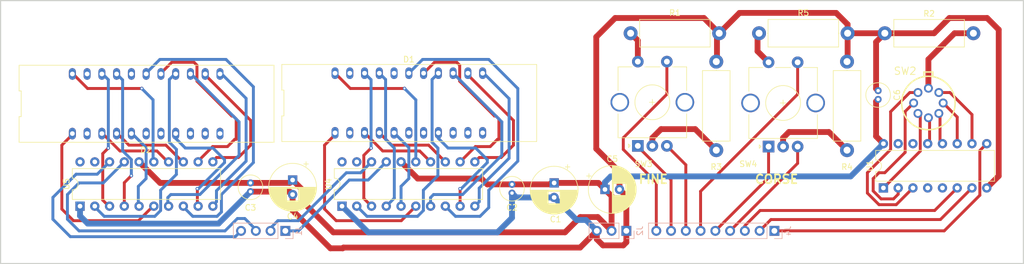
<source format=kicad_pcb>
(kicad_pcb (version 20240108) (generator "pcbnew") (generator_version "8.0")
  (layers (0 "F.Cu" signal) (31 "B.Cu" signal) (34 "B.Paste" user) (35 "F.Paste" user) (36 "B.SilkS" user "B.Silkscreen") (37 "F.SilkS" user "F.Silkscreen") (38 "B.Mask" user) (39 "F.Mask" user) (44 "Edge.Cuts" user))
  (net 0 "")
  (net 1 "VDD")
  (net 2 "GND")
  (net 3 "/D1_SEG1")
  (net 4 "/D1_SEG5")
  (net 5 "/D1_GRID6")
  (net 6 "/D1_GRID5")
  (net 7 "/D1_GRID1")
  (net 8 "/D1_GRID3")
  (net 9 "/D1_GRID2")
  (net 10 "/D1_SEG4")
  (net 11 "/D1_SEG3")
  (net 12 "/D1_SEG6")
  (net 13 "/D1_GRID4")
  (net 14 "/D1_SEG7")
  (net 15 "/D1_SEG8")
  (net 16 "/D1_SEG2")
  (net 17 "/D2_GRID4")
  (net 18 "/D2_SEG3")
  (net 19 "/D2_SEG6")
  (net 20 "/D2_GRID6")
  (net 21 "/D2_GRID3")
  (net 22 "/D2_SEG7")
  (net 23 "/D2_GRID1")
  (net 24 "/D2_SEG8")
  (net 25 "/D2_GRID2")
  (net 26 "/D2_SEG1")
  (net 27 "/D2_SEG2")
  (net 28 "/D2_GRID5")
  (net 29 "/D2_SEG5")
  (net 30 "/D2_SEG4")
  (net 31 "/D1_DIO")
  (net 32 "/D2_DIO")
  (net 33 "/D2_CLK")
  (net 34 "/D1_CLK")
  (net 35 "/rotaryEI_B")
  (net 36 "/rotaryEO_B")
  (net 37 "/RSWO_2")
  (net 38 "/rotaryEO_A")
  (net 39 "/rotaryEI_A")
  (net 40 "/RSWO_1")
  (net 41 "/RSWO_3")
  (net 42 "Net-(R2-Pad2)")
  (net 43 "Net-(R3-Pad2)")
  (net 44 "Net-(R4-Pad2)")
  (net 45 "/RSW_5")
  (net 46 "/RSW_4")
  (net 47 "/RSW_2")
  (net 48 "/RSW_3")
  (net 49 "/RSW_1")
  (net 50 "/RSW_7")
  (net 51 "/RSW_6")
  (net 60 "/BUTTON_1")
  (net 61 "/BUTTON_2")
  (net 62 "Net-(R1-Pad2)")
  (net 63 "Net-(R5-Pad2)")
  (footprint "Package_DIP:DIP-16_W7.62mm" (layer "F.Cu") (at 231.16 119.74 90)
    (property "Reference" "U1")
    (property "Value" "74LS148")
  )
  (footprint "Package_DIP:DIP-20_W7.62mm" (layer "F.Cu") (at 138 122.875 90)
    (property "Reference" "U4")
    (property "Value" "TM1637")
  )
  (footprint "Resistor_THT:R_Axial_DIN0414_L11.9mm_D4.5mm_P15.24mm_Horizontal" (layer "F.Cu") (at 202.4 98 -90)
    (property "Reference" "R3")
    (property "Value" "1k")
  )
  (footprint "Capacitor_THT:CP_Radial_D8.0mm_P2.50mm" (layer "F.Cu") (at 183.25 120)
    (property "Reference" "C5")
    (property "Value" "100uF")
  )
  (footprint "Capacitor_THT:C_Radial_D4.0mm_H5.0mm_P1.50mm" (layer "F.Cu") (at 122.25 118.875 -90)
    (property "Reference" "C3")
    (property "Value" "100nF")
  )
  (footprint "Capacitor_THT:CP_Radial_D8.0mm_P2.50mm" (layer "F.Cu") (at 174.5 118.875 -90)
    (property "Reference" "C1")
    (property "Value" "100uF")
  )
  (footprint "Rotary_Encoder:RotaryEncoder_Alps_EC11E-Switch_Vertical_H20mm_CircularMountingHoles" (layer "F.Cu") (at 188.9 112.5 90)
    (property "Reference" "SW3")
    (property "Value" "RotaryEncoder_Switch")
  )
  (footprint "Capacitor_THT:C_Radial_D4.0mm_H5.0mm_P1.50mm" (layer "F.Cu") (at 230.25 103 -90)
    (property "Reference" "C6")
    (property "Value" "100nF")
  )
  (footprint "Capacitor_THT:C_Radial_D4.0mm_H5.0mm_P1.50mm" (layer "F.Cu") (at 167.25 119.125 -90)
    (property "Reference" "C2")
    (property "Value" "100nF")
  )
  (footprint "Resistor_THT:R_Axial_DIN0414_L11.9mm_D4.5mm_P15.24mm_Horizontal" (layer "F.Cu") (at 202.9 93.12 180)
    (property "Reference" "R1")
    (property "Value" "1k")
  )
  (footprint "radio_footprints:FJ3661AH-DIP22" (layer "F.Cu") (at 104.3 105.255)
    (property "Reference" "D2")
    (property "Value" "FJ3661AH")
  )
  (footprint "Rotary_Encoder:RotaryEncoder_Alps_EC11E-Switch_Vertical_H20mm_CircularMountingHoles" (layer "F.Cu") (at 211.4 112.62 90)
    (property "Reference" "SW4")
    (property "Value" "RotaryEncoder_Switch")
  )
  (footprint "radio_footprints:SW-TH_RS-08-300-150GF" (layer "F.Cu") (at 238.9 105.12)
    (property "Reference" "SW2")
    (property "Value" "RS-08 300±150GF")
  )
  (footprint "Resistor_THT:R_Axial_DIN0414_L11.9mm_D4.5mm_P15.24mm_Horizontal" (layer "F.Cu") (at 231.4 93.12)
    (property "Reference" "R2")
    (property "Value" "1k")
  )
  (footprint "Capacitor_THT:CP_Radial_D8.0mm_P2.50mm" (layer "F.Cu") (at 129.5 118.375 -90)
    (property "Reference" "C4")
    (property "Value" "100uF")
  )
  (footprint "Resistor_THT:R_Axial_DIN0414_L11.9mm_D4.5mm_P15.24mm_Horizontal" (layer "F.Cu") (at 225 93.12 180)
    (property "Reference" "R5")
    (property "Value" "1k")
  )
  (footprint "Resistor_THT:R_Axial_DIN0414_L11.9mm_D4.5mm_P15.24mm_Horizontal" (layer "F.Cu") (at 224.9 98 -90)
    (property "Reference" "R4")
    (property "Value" "1k")
  )
  (footprint "Package_DIP:DIP-20_W7.62mm" (layer "F.Cu") (at 92.92 122.875 90)
    (property "Reference" "U5")
    (property "Value" "TM1637")
  )
  (footprint "radio_footprints:FJ3661AH-DIP22" (layer "F.Cu") (at 149.5 105.125)
    (property "Reference" "D1")
    (property "Value" "FJ3661AH")
  )
  (footprint "Connector_PinHeader_2.54mm:PinHeader_1x03_P2.54mm_Vertical" (layer "B.Cu") (at 186.925 127.12 90)
    (property "Reference" "J2")
    (property "Value" "Conn_01x03")
  )
  (footprint "Connector_PinHeader_2.54mm:PinHeader_1x09_P2.54mm_Vertical" (layer "B.Cu") (at 212.4 127.12 90)
    (property "Reference" "J4")
    (property "Value" "Conn_01x09")
  )
  (footprint "Connector_PinHeader_2.54mm:PinHeader_1x04_P2.54mm_Vertical" (layer "B.Cu") (at 128.25 127.125 90)
    (property "Reference" "J1")
    (property "Value" "Conn_01x04")
  )
  (gr_rect (start 79.25 87.5) (end 255.25 132.75) (stroke (width 0.2)) (fill none) (layer "Edge.Cuts"))
  (gr_text "CORSE" (at 208.9 119.12 0) (layer "F.SilkS") (effects (font (size 1.5 1.5) (thickness 0.3) (bold yes)) (justify left bottom)))
  (gr_text "FINE" (at 188.9 119.12 0) (layer "F.SilkS") (effects (font (size 1.5 1.5) (thickness 0.3) (bold yes)) (justify left bottom)))
  (segment (start 184.385 121.135) (end 183.25 120) (width 1) (layer "F.Cu") (net 1))
  (segment (start 106.7 118.875) (end 122.25 118.875) (width 1) (layer "F.Cu") (net 1))
  (segment (start 174 118.875) (end 174.5 118.875) (width 1) (layer "F.Cu") (net 1))
  (segment (start 182.015 124.75) (end 184.385 127.12) (width 1) (layer "F.Cu") (net 1))
  (segment (start 136.5 127.375) (end 176.375 127.375) (width 1) (layer "F.Cu") (net 1))
  (segment (start 179 124.75) (end 182.015 124.75) (width 1) (layer "F.Cu") (net 1))
  (segment (start 229.9 104.85) (end 229.9 110.86) (width 1) (layer "F.Cu") (net 1))
  (segment (start 184.385 127.12) (end 184.385 121.135) (width 1) (layer "F.Cu") (net 1))
  (segment (start 103.08 115.255) (end 106.7 118.875) (width 1) (layer "F.Cu") (net 1))
  (segment (start 174.5 118.875) (end 182.125 118.875) (width 1) (layer "F.Cu") (net 1))
  (segment (start 129 118.875) (end 129.5 118.375) (width 1) (layer "F.Cu") (net 1))
  (segment (start 129.5 118.375) (end 131.5 120.375) (width 1) (layer "F.Cu") (net 1))
  (segment (start 230.25 104.5) (end 229.9 104.85) (width 1) (layer "F.Cu") (net 1))
  (segment (start 151.03 118.125) (end 162 118.125) (width 1) (layer "F.Cu") (net 1))
  (segment (start 163 119.125) (end 167.25 119.125) (width 1) (layer "F.Cu") (net 1))
  (segment (start 229.9 110.86) (end 231.16 112.12) (width 1) (layer "F.Cu") (net 1))
  (segment (start 131.5 120.375) (end 131.5 122.375) (width 1) (layer "F.Cu") (net 1))
  (segment (start 176.375 127.375) (end 179 124.75) (width 1) (layer "F.Cu") (net 1))
  (segment (start 174.25 119.125) (end 174.5 118.875) (width 1) (layer "F.Cu") (net 1))
  (segment (start 167.25 119.125) (end 174.25 119.125) (width 1) (layer "F.Cu") (net 1))
  (segment (start 148.16 115.255) (end 151.03 118.125) (width 1) (layer "F.Cu") (net 1))
  (segment (start 131.5 122.375) (end 136.5 127.375) (width 1) (layer "F.Cu") (net 1))
  (segment (start 182.125 118.875) (end 183.25 120) (width 1) (layer "F.Cu") (net 1))
  (segment (start 122.25 118.875) (end 129 118.875) (width 1) (layer "F.Cu") (net 1))
  (segment (start 162 118.125) (end 163 119.125) (width 1) (layer "F.Cu") (net 1))
  (segment (start 225.53 117.75) (end 184.25 117.75) (width 1) (layer "B.Cu") (net 1))
  (segment (start 184.25 117.75) (end 183.25 118.75) (width 1) (layer "B.Cu") (net 1))
  (segment (start 225.53 117.75) (end 231.16 112.12) (width 1) (layer "B.Cu") (net 1))
  (segment (start 183.25 118.75) (end 183.25 120) (width 1) (layer "B.Cu") (net 1))
  (segment (start 231.4 93.12) (end 239.88 93.12) (width 1) (layer "F.Cu") (net 2))
  (segment (start 225 97.9) (end 224.9 98) (width 1) (layer "F.Cu") (net 2))
  (segment (start 122.25 120.375) (end 129 120.375) (width 1) (layer "F.Cu") (net 2))
  (segment (start 239.88 93.12) (end 242.5 90.5) (width 1) (layer "F.Cu") (net 2))
  (segment (start 181.845 127.12) (end 181.845 128.565) (width 1) (layer "F.Cu") (net 2))
  (segment (start 186.925 121.175) (end 186.925 127.12) (width 1) (layer "F.Cu") (net 2))
  (segment (start 129.5 123.625) (end 129.5 120.875) (width 1) (layer "F.Cu") (net 2))
  (segment (start 202.52 97.88) (end 202.4 98) (width 1) (layer "F.Cu") (net 2))
  (segment (start 186.925 129.095) (end 186.925 127.12) (width 1) (layer "F.Cu") (net 2))
  (segment (start 249 90.5) (end 251 92.5) (width 1) (layer "F.Cu") (net 2))
  (segment (start 138.125 130.125) (end 138.25 130) (width 1) (layer "F.Cu") (net 2))
  (segment (start 182.9 129.62) (end 186.4 129.62) (width 1) (layer "F.Cu") (net 2))
  (segment (start 251 117.68) (end 248.94 119.74) (width 1) (layer "F.Cu") (net 2))
  (segment (start 181.75 93.75) (end 185 90.5) (width 1) (layer "F.Cu") (net 2))
  (segment (start 202.9 93.12) (end 206.4 89.62) (width 1) (layer "F.Cu") (net 2))
  (segment (start 178.965 130) (end 138.25 130) (width 1) (layer "F.Cu") (net 2))
  (segment (start 229.9 94.62) (end 231.4 93.12) (width 1) (layer "F.Cu") (net 2))
  (segment (start 181.845 127.12) (end 178.965 130) (width 1) (layer "F.Cu") (net 2))
  (segment (start 202.52 93.88) (end 202.52 97.88) (width 1) (layer "F.Cu") (net 2))
  (segment (start 242.5 90.5) (end 249 90.5) (width 1) (layer "F.Cu") (net 2))
  (segment (start 229.9 102.65) (end 229.9 94.62) (width 1) (layer "F.Cu") (net 2))
  (segment (start 185 90.5) (end 200.28 90.5) (width 1) (layer "F.Cu") (net 2))
  (segment (start 225 93.12) (end 225 97.9) (width 1) (layer "F.Cu") (net 2))
  (segment (start 186.4 129.62) (end 186.925 129.095) (width 1) (layer "F.Cu") (net 2))
  (segment (start 203.4 93) (end 202.52 93.88) (width 1) (layer "F.Cu") (net 2))
  (segment (start 185.75 117) (end 181.75 113) (width 1) (layer "F.Cu") (net 2))
  (segment (start 185.75 120) (end 186.925 121.175) (width 1) (layer "F.Cu") (net 2))
  (segment (start 206.4 89.62) (end 223.02 89.62) (width 1) (layer "F.Cu") (net 2))
  (segment (start 181.75 113) (end 181.75 93.75) (width 1) (layer "F.Cu") (net 2))
  (segment (start 200.28 90.5) (end 202.9 93.12) (width 1) (layer "F.Cu") (net 2))
  (segment (start 230.25 103) (end 229.9 102.65) (width 1) (layer "F.Cu") (net 2))
  (segment (start 223.02 89.62) (end 225 91.6) (width 1) (layer "F.Cu") (net 2))
  (segment (start 136 130.125) (end 129.5 123.625) (width 1) (layer "F.Cu") (net 2))
  (segment (start 251 92.5) (end 251 117.68) (width 1) (layer "F.Cu") (net 2))
  (segment (start 136 130.125) (end 138.125 130.125) (width 1) (layer "F.Cu") (net 2))
  (segment (start 181.845 128.565) (end 182.9 129.62) (width 1) (layer "F.Cu") (net 2))
  (segment (start 185.75 120) (end 185.75 117) (width 1) (layer "F.Cu") (net 2))
  (segment (start 129 120.375) (end 129.5 120.875) (width 1) (layer "F.Cu") (net 2))
  (segment (start 225 93.12) (end 231.4 93.12) (width 1) (layer "F.Cu") (net 2))
  (segment (start 225 91.6) (end 225 93.12) (width 1) (layer "F.Cu") (net 2))
  (segment (start 179.975 125.25) (end 178.375 125.25) (width 1) (layer "B.Cu") (net 2))
  (segment (start 142.5 127.375) (end 164.75 127.375) (width 1) (layer "B.Cu") (net 2))
  (segment (start 167.25 124.875) (end 167.25 120.625) (width 1) (layer "B.Cu") (net 2))
  (segment (start 164.75 127.375) (end 167.25 124.875) (width 1) (layer "B.Cu") (net 2))
  (segment (start 167.25 120.625) (end 168 121.375) (width 1) (layer "B.Cu") (net 2))
  (segment (start 94.25 125.875) (end 116.75 125.875) (width 1) (layer "B.Cu") (net 2))
  (segment (start 181.845 127.12) (end 179.975 125.25) (width 1) (layer "B.Cu") (net 2))
  (segment (start 178.375 125.25) (end 174.5 121.375) (width 1) (layer "B.Cu") (net 2))
  (segment (start 138 122.875) (end 142.5 127.375) (width 1) (layer "B.Cu") (net 2))
  (segment (start 92.92 122.875) (end 92.92 124.545) (width 1) (layer "B.Cu") (net 2))
  (segment (start 92.92 124.545) (end 94.25 125.875) (width 1) (layer "B.Cu") (net 2))
  (segment (start 168 121.375) (end 174.5 121.375) (width 1) (layer "B.Cu") (net 2))
  (segment (start 116.75 125.875) (end 122.25 120.375) (width 1) (layer "B.Cu") (net 2))
  (segment (start 154.5 117.625) (end 154.5 112.875) (width 0.5) (layer "B.Cu") (net 3))
  (segment (start 153.5 111.875) (end 153.5 101.075) (width 0.5) (layer "B.Cu") (net 3))
  (segment (start 142.29 124.625) (end 151 124.625) (width 0.5) (layer "B.Cu") (net 3))
  (segment (start 153.5 101.075) (end 154.58 99.995) (width 0.5) (layer "B.Cu") (net 3))
  (segment (start 152 123.625) (end 152 120.125) (width 0.5) (layer "B.Cu") (net 3))
  (segment (start 151 124.625) (end 152 123.625) (width 0.5) (layer "B.Cu") (net 3))
  (segment (start 152 120.125) (end 154.5 117.625) (width 0.5) (layer "B.Cu") (net 3))
  (segment (start 154.5 112.875) (end 153.5 111.875) (width 0.5) (layer "B.Cu") (net 3))
  (segment (start 140.54 122.875) (end 142.29 124.625) (width 0.5) (layer "B.Cu") (net 3))
  (segment (start 137 125.375) (end 135 123.375) (width 0.5) (layer "F.Cu") (net 4))
  (segment (start 148.2 125.375) (end 137 125.375) (width 0.5) (layer "F.Cu") (net 4))
  (segment (start 135 112.375) (end 136.8 110.575) (width 0.5) (layer "F.Cu") (net 4))
  (segment (start 135 123.375) (end 135 112.375) (width 0.5) (layer "F.Cu") (net 4))
  (segment (start 136.8 110.575) (end 136.8 110.255) (width 0.5) (layer "F.Cu") (net 4))
  (segment (start 150.7 122.875) (end 148.2 125.375) (width 0.5) (layer "F.Cu") (net 4))
  (segment (start 150.7 122.875) (end 150.7 123.175) (width 0.5) (layer "F.Cu") (net 4))
  (segment (start 161.61 119.765) (end 161.61 122.125) (width 0.5) (layer "B.Cu") (net 5))
  (segment (start 166.75 104.375) (end 166.75 114.625) (width 0.5) (layer "B.Cu") (net 5))
  (segment (start 162.2 99.995) (end 162.37 99.995) (width 0.5) (layer "B.Cu") (net 5))
  (segment (start 166.75 114.625) (end 161.61 119.765) (width 0.5) (layer "B.Cu") (net 5))
  (segment (start 162.37 99.995) (end 166.75 104.375) (width 0.5) (layer "B.Cu") (net 5))
  (segment (start 161.61 122.125) (end 160.86 122.875) (width 0.5) (layer "B.Cu") (net 5))
  (segment (start 159.66 100.285) (end 167.5 108.125) (width 0.5) (layer "F.Cu") (net 6))
  (segment (start 161.61 114.505) (end 160.86 115.255) (width 0.5) (layer "F.Cu") (net 6))
  (segment (start 165.37 114.505) (end 161.61 114.505) (width 0.5) (layer "F.Cu") (net 6))
  (segment (start 159.66 99.995) (end 159.66 100.285) (width 0.5) (layer "F.Cu") (net 6))
  (segment (start 167.5 112.375) (end 165.37 114.505) (width 0.5) (layer "F.Cu") (net 6))
  (segment (start 167.5 108.125) (end 167.5 112.375) (width 0.5) (layer "F.Cu") (net 6))
  (segment (start 139.43 102.625) (end 136.8 99.995) (width 0.5) (layer "F.Cu") (net 7))
  (segment (start 148.75 102.625) (end 139.43 102.625) (width 0.5) (layer "F.Cu") (net 7))
  (via (at 148.75 102.625) (size 0.6) (drill 0.3) (layers "F.Cu" "B.Cu") (net 7))
  (segment (start 148.75 102.625) (end 150.7 104.575) (width 0.5) (layer "B.Cu") (net 7))
  (segment (start 150.7 104.575) (end 150.7 115.255) (width 0.5) (layer "B.Cu") (net 7))
  (segment (start 152.9 112.375) (end 146.54 112.375) (width 0.5) (layer "F.Cu") (net 8))
  (segment (start 155.78 115.255) (end 152.9 112.375) (width 0.5) (layer "F.Cu") (net 8))
  (segment (start 146.54 112.375) (end 144.42 110.255) (width 0.5) (layer "F.Cu") (net 8))
  (segment (start 153.24 115.255) (end 151.36 113.375) (width 0.5) (layer "F.Cu") (net 9))
  (segment (start 145 113.375) (end 141.88 110.255) (width 0.5) (layer "F.Cu") (net 9))
  (segment (start 151.36 113.375) (end 145 113.375) (width 0.5) (layer "F.Cu") (net 9))
  (segment (start 149.5 118.125) (end 149.5 112.795) (width 0.5) (layer "B.Cu") (net 10))
  (segment (start 149.5 112.795) (end 146.96 110.255) (width 0.5) (layer "B.Cu") (net 10))
  (segment (start 148.16 119.465) (end 149.5 118.125) (width 0.5) (layer "B.Cu") (net 10))
  (segment (start 148.16 122.875) (end 148.16 119.465) (width 0.5) (layer "B.Cu") (net 10))
  (segment (start 147 121.495) (end 147 112.875) (width 0.5) (layer "B.Cu") (net 11))
  (segment (start 147 112.875) (end 145.5 111.375) (width 0.5) (layer "B.Cu") (net 11))
  (segment (start 145.62 122.875) (end 147 121.495) (width 0.5) (layer "B.Cu") (net 11))
  (segment (start 145.5 101.075) (end 144.42 99.995) (width 0.5) (layer "B.Cu") (net 11))
  (segment (start 145.5 111.375) (end 145.5 101.075) (width 0.5) (layer "B.Cu") (net 11))
  (segment (start 153.24 122.875) (end 153.24 121.385) (width 0.5) (layer "B.Cu") (net 12))
  (segment (start 165.5 114.125) (end 165.5 108.375) (width 0.5) (layer "B.Cu") (net 12))
  (segment (start 153.24 121.385) (end 153.75 120.875) (width 0.5) (layer "B.Cu") (net 12))
  (segment (start 165.5 108.375) (end 157.12 99.995) (width 0.5) (layer "B.Cu") (net 12))
  (segment (start 153.75 120.875) (end 158.75 120.875) (width 0.5) (layer "B.Cu") (net 12))
  (segment (start 158.75 120.875) (end 165.5 114.125) (width 0.5) (layer "B.Cu") (net 12))
  (segment (start 160.95 112.625) (end 163.5 112.625) (width 0.5) (layer "F.Cu") (net 13))
  (segment (start 164.25 107.375) (end 158.25 101.375) (width 0.5) (layer "F.Cu") (net 13))
  (segment (start 165 107.875) (end 164.5 107.375) (width 0.5) (layer "F.Cu") (net 13))
  (segment (start 158.25 98.625) (end 157.75 98.125) (width 0.5) (layer "F.Cu") (net 13))
  (segment (start 165 111.375) (end 165 107.875) (width 0.5) (layer "F.Cu") (net 13))
  (segment (start 157.75 98.125) (end 153.91 98.125) (width 0.5) (layer "F.Cu") (net 13))
  (segment (start 164.5 107.375) (end 164.25 107.375) (width 0.5) (layer "F.Cu") (net 13))
  (segment (start 158.25 101.375) (end 158.25 98.625) (width 0.5) (layer "F.Cu") (net 13))
  (segment (start 163.5 112.625) (end 164.75 111.375) (width 0.5) (layer "F.Cu") (net 13))
  (segment (start 158.32 115.255) (end 160.95 112.625) (width 0.5) (layer "F.Cu") (net 13))
  (segment (start 164.75 111.375) (end 165 111.375) (width 0.5) (layer "F.Cu") (net 13))
  (segment (start 153.91 98.125) (end 152.04 99.995) (width 0.5) (layer "F.Cu") (net 13))
  (segment (start 157.53 124.625) (end 161.75 124.625) (width 0.5) (layer "B.Cu") (net 14))
  (segment (start 161.75 124.625) (end 163.25 123.125) (width 0.5) (layer "B.Cu") (net 14))
  (segment (start 168.25 102.625) (end 163.25 97.625) (width 0.5) (layer "B.Cu") (net 14))
  (segment (start 163.25 120.125) (end 168.25 115.125) (width 0.5) (layer "B.Cu") (net 14))
  (segment (start 163.25 97.625) (end 151.87 97.625) (width 0.5) (layer "B.Cu") (net 14))
  (segment (start 163.25 123.125) (end 163.25 120.125) (width 0.5) (layer "B.Cu") (net 14))
  (segment (start 155.78 122.875) (end 157.53 124.625) (width 0.5) (layer "B.Cu") (net 14))
  (segment (start 151.87 97.625) (end 149.5 99.995) (width 0.5) (layer "B.Cu") (net 14))
  (segment (start 168.25 115.125) (end 168.25 102.625) (width 0.5) (layer "B.Cu") (net 14))
  (segment (start 158.32 119.875) (end 158.32 122.875) (width 0.5) (layer "F.Cu") (net 15))
  (via (at 158.32 119.875) (size 0.6) (drill 0.3) (layers "F.Cu" "B.Cu") (net 15))
  (segment (start 161 112.875) (end 156.25 112.875) (width 0.5) (layer "B.Cu") (net 15))
  (segment (start 163 115.375) (end 163 114.875) (width 0.5) (layer "B.Cu") (net 15))
  (segment (start 156.25 112.875) (end 154.58 111.205) (width 0.5) (layer "B.Cu") (net 15))
  (segment (start 158.5 119.875) (end 163 115.375) (width 0.5) (layer "B.Cu") (net 15))
  (segment (start 163 114.875) (end 161 112.875) (width 0.5) (layer "B.Cu") (net 15))
  (segment (start 154.58 111.205) (end 154.58 110.255) (width 0.5) (layer "B.Cu") (net 15))
  (segment (start 158.32 119.875) (end 158.5 119.875) (width 0.5) (layer "B.Cu") (net 15))
  (segment (start 141.75 121.545) (end 141.75 114.125) (width 0.5) (layer "F.Cu") (net 16))
  (segment (start 143.08 122.875) (end 141.75 121.545) (width 0.5) (layer "F.Cu") (net 16))
  (segment (start 141.75 114.125) (end 143 112.875) (width 0.5) (layer "F.Cu") (net 16))
  (via (at 143 112.875) (size 0.6) (drill 0.3) (layers "F.Cu" "B.Cu") (net 16))
  (segment (start 143 112.875) (end 143 101.115) (width 0.5) (layer "B.Cu") (net 16))
  (segment (start 143 101.115) (end 141.88 99.995) (width 0.5) (layer "B.Cu") (net 16))
  (segment (start 112.54 98.125) (end 108.7 98.125) (width 0.5) (layer "F.Cu") (net 17))
  (segment (start 119.79 111.375) (end 119.79 107.875) (width 0.5) (layer "F.Cu") (net 17))
  (segment (start 118.29 112.625) (end 119.54 111.375) (width 0.5) (layer "F.Cu") (net 17))
  (segment (start 108.7 98.125) (end 106.83 99.995) (width 0.5) (layer "F.Cu") (net 17))
  (segment (start 115.74 112.625) (end 118.29 112.625) (width 0.5) (layer "F.Cu") (net 17))
  (segment (start 119.54 111.375) (end 119.79 111.375) (width 0.5) (layer "F.Cu") (net 17))
  (segment (start 119.04 107.375) (end 113.04 101.375) (width 0.5) (layer "F.Cu") (net 17))
  (segment (start 113.04 101.375) (end 113.04 98.625) (width 0.5) (layer "F.Cu") (net 17))
  (segment (start 119.29 107.375) (end 119.04 107.375) (width 0.5) (layer "F.Cu") (net 17))
  (segment (start 113.04 98.625) (end 112.54 98.125) (width 0.5) (layer "F.Cu") (net 17))
  (segment (start 113.11 115.255) (end 115.74 112.625) (width 0.5) (layer "F.Cu") (net 17))
  (segment (start 119.79 107.875) (end 119.29 107.375) (width 0.5) (layer "F.Cu") (net 17))
  (segment (start 100.54 122.875) (end 100.54 118.835) (width 0.5) (layer "F.Cu") (net 18))
  (segment (start 100.54 118.835) (end 101.75 117.625) (width 0.5) (layer "F.Cu") (net 18))
  (via (at 101.75 117.625) (size 0.6) (drill 0.3) (layers "F.Cu" "B.Cu") (net 18))
  (segment (start 100.25 113.352796) (end 100.25 101.155) (width 0.5) (layer "B.Cu") (net 18))
  (segment (start 101.75 114.852796) (end 100.25 113.352796) (width 0.5) (layer "B.Cu") (net 18))
  (segment (start 101.75 117.625) (end 101.75 114.852796) (width 0.5) (layer "B.Cu") (net 18))
  (segment (start 100.25 101.155) (end 99.22 100.125) (width 0.5) (layer "B.Cu") (net 18))
  (segment (start 113.54 120.875) (end 120.29 114.125) (width 0.5) (layer "B.Cu") (net 19))
  (segment (start 108.03 121.385) (end 108.54 120.875) (width 0.5) (layer "B.Cu") (net 19))
  (segment (start 108.03 122.875) (end 108.03 121.385) (width 0.5) (layer "B.Cu") (net 19))
  (segment (start 120.29 108.375) (end 111.91 99.995) (width 0.5) (layer "B.Cu") (net 19))
  (segment (start 120.29 114.125) (end 120.29 108.375) (width 0.5) (layer "B.Cu") (net 19))
  (segment (start 108.54 120.875) (end 113.54 120.875) (width 0.5) (layer "B.Cu") (net 19))
  (segment (start 117.16 99.995) (end 121.5 104.335) (width 0.5) (layer "B.Cu") (net 20))
  (segment (start 116.99 99.995) (end 117.16 99.995) (width 0.5) (layer "B.Cu") (net 20))
  (segment (start 121.5 115.125) (end 116.4 120.225) (width 0.5) (layer "B.Cu") (net 20))
  (segment (start 116.4 120.225) (end 116.4 122.125) (width 0.5) (layer "B.Cu") (net 20))
  (segment (start 116.4 122.125) (end 115.65 122.875) (width 0.5) (layer "B.Cu") (net 20))
  (segment (start 121.5 104.335) (end 121.5 115.125) (width 0.5) (layer "B.Cu") (net 20))
  (segment (start 107.69 112.375) (end 101.33 112.375) (width 0.5) (layer "F.Cu") (net 21))
  (segment (start 110.57 115.255) (end 107.69 112.375) (width 0.5) (layer "F.Cu") (net 21))
  (segment (start 101.33 112.375) (end 99.21 110.255) (width 0.5) (layer "F.Cu") (net 21))
  (segment (start 112.32 124.625) (end 116.5 124.625) (width 0.5) (layer "B.Cu") (net 22))
  (segment (start 110.57 122.875) (end 112.32 124.625) (width 0.5) (layer "B.Cu") (net 22))
  (segment (start 106.66 97.625) (end 104.29 99.995) (width 0.5) (layer "B.Cu") (net 22))
  (segment (start 117.25 120.875) (end 122.75 115.375) (width 0.5) (layer "B.Cu") (net 22))
  (segment (start 122.75 102.335) (end 118.04 97.625) (width 0.5) (layer "B.Cu") (net 22))
  (segment (start 122.75 115.375) (end 122.75 102.335) (width 0.5) (layer "B.Cu") (net 22))
  (segment (start 116.5 124.625) (end 117.25 123.875) (width 0.5) (layer "B.Cu") (net 22))
  (segment (start 117.25 123.875) (end 117.25 120.875) (width 0.5) (layer "B.Cu") (net 22))
  (segment (start 118.04 97.625) (end 106.66 97.625) (width 0.5) (layer "B.Cu") (net 22))
  (segment (start 103.54 102.625) (end 94.22 102.625) (width 0.5) (layer "F.Cu") (net 23))
  (segment (start 94.22 102.625) (end 91.59 99.995) (width 0.5) (layer "F.Cu") (net 23))
  (via (at 103.54 102.625) (size 0.6) (drill 0.3) (layers "F.Cu" "B.Cu") (net 23))
  (segment (start 105.49 104.575) (end 105.49 115.255) (width 0.5) (layer "B.Cu") (net 23))
  (segment (start 103.54 102.625) (end 105.49 104.575) (width 0.5) (layer "B.Cu") (net 23))
  (segment (start 113.11 119.875) (end 113.11 122.875) (width 0.5) (layer "F.Cu") (net 24))
  (via (at 113.11 119.875) (size 0.6) (drill 0.3) (layers "F.Cu" "B.Cu") (net 24))
  (segment (start 117.79 114.875) (end 115.79 112.875) (width 0.5) (layer "B.Cu") (net 24))
  (segment (start 115.79 112.875) (end 111.04 112.875) (width 0.5) (layer "B.Cu") (net 24))
  (segment (start 113.29 119.875) (end 117.79 115.375) (width 0.5) (layer "B.Cu") (net 24))
  (segment (start 113.11 119.875) (end 113.29 119.875) (width 0.5) (layer "B.Cu") (net 24))
  (segment (start 111.04 112.875) (end 109.37 111.205) (width 0.5) (layer "B.Cu") (net 24))
  (segment (start 117.79 115.375) (end 117.79 114.875) (width 0.5) (layer "B.Cu") (net 24))
  (segment (start 109.37 111.205) (end 109.37 110.255) (width 0.5) (layer "B.Cu") (net 24))
  (segment (start 108.03 115.255) (end 106.15 113.375) (width 0.5) (layer "F.Cu") (net 25))
  (segment (start 106.15 113.375) (end 99.79 113.375) (width 0.5) (layer "F.Cu") (net 25))
  (segment (start 99.79 113.375) (end 96.67 110.255) (width 0.5) (layer "F.Cu") (net 25))
  (segment (start 108.29 101.075) (end 109.37 99.995) (width 0.5) (layer "B.Cu") (net 26))
  (segment (start 109.5 117.415) (end 109.5 113.085) (width 0.5) (layer "B.Cu") (net 26))
  (segment (start 95.33 122.875) (end 97.08 124.625) (width 0.5) (layer "B.Cu") (net 26))
  (segment (start 106.79 123.625) (end 106.79 120.125) (width 0.5) (layer "B.Cu") (net 26))
  (segment (start 105.79 124.625) (end 106.79 123.625) (width 0.5) (layer "B.Cu") (net 26))
  (segment (start 97.08 124.625) (end 105.79 124.625) (width 0.5) (layer "B.Cu") (net 26))
  (segment (start 106.79 120.125) (end 109.5 117.415) (width 0.5) (layer "B.Cu") (net 26))
  (segment (start 108.29 111.875) (end 108.29 101.075) (width 0.5) (layer "B.Cu") (net 26))
  (segment (start 109.5 113.085) (end 108.29 111.875) (width 0.5) (layer "B.Cu") (net 26))
  (segment (start 96.83 121.835) (end 96.83 113.835) (width 0.5) (layer "F.Cu") (net 27))
  (segment (start 96.83 113.835) (end 97.79 112.875) (width 0.5) (layer "F.Cu") (net 27))
  (segment (start 97.87 122.875) (end 96.83 121.835) (width 0.5) (layer "F.Cu") (net 27))
  (via (at 97.79 112.875) (size 0.6) (drill 0.3) (layers "F.Cu" "B.Cu") (net 27))
  (segment (start 97.79 101.115) (end 96.67 99.995) (width 0.5) (layer "B.Cu") (net 27))
  (segment (start 97.79 112.875) (end 97.79 101.115) (width 0.5) (layer "B.Cu") (net 27))
  (segment (start 122.29 108.125) (end 122.29 112.375) (width 0.5) (layer "F.Cu") (net 28))
  (segment (start 116.4 114.505) (end 115.65 115.255) (width 0.5) (layer "F.Cu") (net 28))
  (segment (start 120.16 114.505) (end 116.4 114.505) (width 0.5) (layer "F.Cu") (net 28))
  (segment (start 122.29 112.375) (end 120.16 114.505) (width 0.5) (layer "F.Cu") (net 28))
  (segment (start 114.45 99.995) (end 114.45 100.285) (width 0.5) (layer "F.Cu") (net 28))
  (segment (start 114.45 100.285) (end 122.29 108.125) (width 0.5) (layer "F.Cu") (net 28))
  (segment (start 102.99 125.375) (end 91.79 125.375) (width 0.5) (layer "F.Cu") (net 29))
  (segment (start 91.79 125.375) (end 89.79 123.375) (width 0.5) (layer "F.Cu") (net 29))
  (segment (start 105.49 122.875) (end 102.99 125.375) (width 0.5) (layer "F.Cu") (net 29))
  (segment (start 89.79 123.375) (end 89.79 112.375) (width 0.5) (layer "F.Cu") (net 29))
  (segment (start 105.49 122.875) (end 105.49 123.175) (width 0.5) (layer "F.Cu") (net 29))
  (segment (start 91.59 110.575) (end 91.59 110.255) (width 0.5) (layer "F.Cu") (net 29))
  (segment (start 89.79 112.375) (end 91.59 110.575) (width 0.5) (layer "F.Cu") (net 29))
  (segment (start 104.29 112.795) (end 101.75 110.255) (width 0.5) (layer "B.Cu") (net 30))
  (segment (start 104.29 118.125) (end 104.29 112.795) (width 0.5) (layer "B.Cu") (net 30))
  (segment (start 102.95 122.875) (end 102.95 119.465) (width 0.5) (layer "B.Cu") (net 30))
  (segment (start 102.95 119.465) (end 104.29 118.125) (width 0.5) (layer "B.Cu") (net 30))
  (segment (start 130.5 127.125) (end 128.25 127.125) (width 0.5) (layer "B.Cu") (net 31))
  (segment (start 139.25 118.375) (end 130.5 127.125) (width 0.5) (layer "B.Cu") (net 31))
  (segment (start 142.5 118.375) (end 139.25 118.375) (width 0.5) (layer "B.Cu") (net 31))
  (segment (start 145.62 115.255) (end 142.5 118.375) (width 0.5) (layer "B.Cu") (net 31))
  (segment (start 90.75 120.875) (end 90.75 125.125) (width 0.5) (layer "B.Cu") (net 32))
  (segment (start 90.75 125.125) (end 92.75 127.125) (width 0.5) (layer "B.Cu") (net 32))
  (segment (start 120 125) (end 121.2725 125) (width 0.5) (layer "B.Cu") (net 32))
  (segment (start 96.92 118.875) (end 92.75 118.875) (width 0.5) (layer "B.Cu") (net 32))
  (segment (start 100.54 115.255) (end 96.92 118.875) (width 0.5) (layer "B.Cu") (net 32))
  (segment (start 117.875 127.125) (end 120 125) (width 0.5) (layer "B.Cu") (net 32))
  (segment (start 92.75 118.875) (end 90.75 120.875) (width 0.5) (layer "B.Cu") (net 32))
  (segment (start 121.2725 125) (end 123.17 126.8975) (width 0.5) (layer "B.Cu") (net 32))
  (segment (start 92.75 127.125) (end 117.875 127.125) (width 0.5) (layer "B.Cu") (net 32))
  (segment (start 123.17 126.8975) (end 123.17 127.125) (width 0.5) (layer "B.Cu") (net 32))
  (segment (start 88.25 125.125) (end 91.25 128.125) (width 0.5) (layer "B.Cu") (net 33))
  (segment (start 98 115.255) (end 95.88 117.375) (width 0.5) (layer "B.Cu") (net 33))
  (segment (start 95.88 117.375) (end 92.25 117.375) (width 0.5) (layer "B.Cu") (net 33))
  (segment (start 119.63 128.125) (end 120.63 127.125) (width 0.5) (layer "B.Cu") (net 33))
  (segment (start 92.25 117.375) (end 88.25 121.375) (width 0.5) (layer "B.Cu") (net 33))
  (segment (start 88.25 121.375) (end 88.25 125.125) (width 0.5) (layer "B.Cu") (net 33))
  (segment (start 91.25 128.125) (end 119.63 128.125) (width 0.5) (layer "B.Cu") (net 33))
  (segment (start 138.75 117.125) (end 130.5 125.375) (width 0.5) (layer "B.Cu") (net 34))
  (segment (start 126.96 125.375) (end 125.71 126.625) (width 0.5) (layer "B.Cu") (net 34))
  (segment (start 125.71 126.625) (end 125.71 127.125) (width 0.5) (layer "B.Cu") (net 34))
  (segment (start 130.5 125.375) (end 126.96 125.375) (width 0.5) (layer "B.Cu") (net 34))
  (segment (start 141.21 117.125) (end 138.75 117.125) (width 0.5) (layer "B.Cu") (net 34))
  (segment (start 143.08 115.255) (end 141.21 117.125) (width 0.5) (layer "B.Cu") (net 34))
  (segment (start 216.4 115.5) (end 204.78 127.12) (width 0.5) (layer "F.Cu") (net 35))
  (segment (start 216.4 112.62) (end 216.4 115.5) (width 0.5) (layer "F.Cu") (net 35))
  (segment (start 197.16 115.76) (end 197.16 127.12) (width 0.5) (layer "F.Cu") (net 36))
  (segment (start 193.9 112.5) (end 197.16 115.76) (width 0.5) (layer "F.Cu") (net 36))
  (segment (start 240.96 125.18) (end 246.4 119.74) (width 0.5) (layer "F.Cu") (net 37))
  (segment (start 209.86 127.12) (end 211.8 125.18) (width 0.5) (layer "F.Cu") (net 37))
  (segment (start 211.8 125.18) (end 240.96 125.18) (width 0.5) (layer "F.Cu") (net 37))
  (segment (start 188.9 112.62) (end 194.62 118.34) (width 0.5) (layer "F.Cu") (net 38))
  (segment (start 194.62 118.34) (end 194.62 127.12) (width 0.5) (layer "F.Cu") (net 38))
  (segment (start 188.9 112.5) (end 188.9 112.62) (width 0.5) (layer "F.Cu") (net 38))
  (segment (start 202.24 127.12) (end 211.4 117.96) (width 0.5) (layer "F.Cu") (net 39))
  (segment (start 211.4 117.96) (end 211.4 112.62) (width 0.5) (layer "F.Cu") (net 39))
  (segment (start 212.4 127.12) (end 241.63 127.12) (width 0.5) (layer "F.Cu") (net 40))
  (segment (start 247.75 121) (end 247.75 113.31) (width 0.5) (layer "F.Cu") (net 40))
  (segment (start 241.63 127.12) (end 247.75 121) (width 0.5) (layer "F.Cu") (net 40))
  (segment (start 247.75 113.31) (end 248.94 112.12) (width 0.5) (layer "F.Cu") (net 40))
  (segment (start 243.86 119.74) (end 239.98 123.62) (width 0.5) (layer "F.Cu") (net 41))
  (segment (start 209.94 123.62) (end 207.32 126.24) (width 0.5) (layer "F.Cu") (net 41))
  (segment (start 207.32 126.24) (end 207.32 127.12) (width 0.5) (layer "F.Cu") (net 41))
  (segment (start 239.98 123.62) (end 209.94 123.62) (width 0.5) (layer "F.Cu") (net 41))
  (segment (start 243.4 93.12) (end 246.64 93.12) (width 1) (layer "F.Cu") (net 42))
  (segment (start 238.9 97.62) (end 243.4 93.12) (width 1) (layer "F.Cu") (net 42))
  (segment (start 238.9 102.58) (end 238.9 97.62) (width 1) (layer "F.Cu") (net 42))
  (segment (start 192.9 109.62) (end 198.78 109.62) (width 1) (layer "F.Cu") (net 43))
  (segment (start 191.4 112.5) (end 191.4 111.12) (width 1) (layer "F.Cu") (net 43))
  (segment (start 191.4 111.12) (end 192.9 109.62) (width 1) (layer "F.Cu") (net 43))
  (segment (start 198.78 109.62) (end 202.4 113.24) (width 1) (layer "F.Cu") (net 43))
  (segment (start 214.9 110.12) (end 221.78 110.12) (width 1) (layer "F.Cu") (net 44))
  (segment (start 221.78 110.12) (end 224.9 113.24) (width 1) (layer "F.Cu") (net 44))
  (segment (start 213.9 111.12) (end 214.9 110.12) (width 1) (layer "F.Cu") (net 44))
  (segment (start 213.9 112.62) (end 213.9 111.12) (width 1) (layer "F.Cu") (net 44))
  (segment (start 237.5 113.4) (end 231.16 119.74) (width 0.5) (layer "F.Cu") (net 45))
  (segment (start 237.5 107.312) (end 237.5 113.4) (width 0.5) (layer "F.Cu") (net 45))
  (segment (start 237.104 106.916) (end 237.5 107.312) (width 0.5) (layer "F.Cu") (net 45))
  (segment (start 239.104 111.796) (end 238.78 112.12) (width 0.3) (layer "F.Cu") (net 46))
  (segment (start 238.9 107.66) (end 239.104 107.864) (width 0.5) (layer "F.Cu") (net 46))
  (segment (start 239.104 107.864) (end 239.104 111.796) (width 0.5) (layer "F.Cu") (net 46))
  (segment (start 241.44 105.12) (end 243.86 107.54) (width 0.5) (layer "F.Cu") (net 47))
  (segment (start 243.86 107.54) (end 243.86 112.12) (width 0.5) (layer "F.Cu") (net 47))
  (segment (start 240.9 111.7) (end 241.32 112.12) (width 0.3) (layer "F.Cu") (net 48))
  (segment (start 240.9 107.12) (end 240.9 111.7) (width 0.5) (layer "F.Cu") (net 48))
  (segment (start 240.696 106.916) (end 240.9 107.12) (width 0.5) (layer "F.Cu") (net 48))
  (segment (start 246.4 112.12) (end 246.4 107.12) (width 0.5) (layer "F.Cu") (net 49))
  (segment (start 246.4 107.12) (end 242.604 103.324) (width 0.5) (layer "F.Cu") (net 49))
  (segment (start 242.604 103.324) (end 240.696 103.324) (width 0.5) (layer "F.Cu") (net 49))
  (segment (start 230.4 122.62) (end 228.4 120.62) (width 0.5) (layer "F.Cu") (net 50))
  (segment (start 235.696 103.324) (end 237.104 103.324) (width 0.5) (layer "F.Cu") (net 50))
  (segment (start 236.24 119.74) (end 233.36 122.62) (width 0.5) (layer "F.Cu") (net 50))
  (segment (start 228.4 120.62) (end 228.4 117.12) (width 0.5) (layer "F.Cu") (net 50))
  (segment (start 228.4 117.12) (end 232.4 113.12) (width 0.5) (layer "F.Cu") (net 50))
  (segment (start 232.4 113.12) (end 232.4 106.62) (width 0.5) (layer "F.Cu") (net 50))
  (segment (start 232.4 106.62) (end 235.696 103.324) (width 0.5) (layer "F.Cu") (net 50))
  (segment (start 233.36 122.62) (end 230.4 122.62) (width 0.5) (layer "F.Cu") (net 50))
  (segment (start 234.9 106.58) (end 236.36 105.12) (width 0.5) (layer "F.Cu") (net 51))
  (segment (start 231.4 117.12) (end 234.9 113.62) (width 0.5) (layer "F.Cu") (net 51))
  (segment (start 234.9 113.62) (end 234.9 106.58) (width 0.5) (layer "F.Cu") (net 51))
  (segment (start 230.4 117.12) (end 231.4 117.12) (width 0.5) (layer "F.Cu") (net 51))
  (segment (start 233.7 119.74) (end 233.7 120.82) (width 0.5) (layer "F.Cu") (net 51))
  (segment (start 232.9 121.62) (end 230.76 121.62) (width 0.5) (layer "F.Cu") (net 51))
  (segment (start 230.76 121.62) (end 229.4 120.26) (width 0.5) (layer "F.Cu") (net 51))
  (segment (start 229.4 118.12) (end 230.4 117.12) (width 0.5) (layer "F.Cu") (net 51))
  (segment (start 233.7 120.82) (end 232.9 121.62) (width 0.5) (layer "F.Cu") (net 51))
  (segment (start 229.4 120.26) (end 229.4 118.12) (width 0.5) (layer "F.Cu") (net 51))
  (segment (start 199.7 127.12) (end 199.7 120.32) (width 0.5) (layer "F.Cu") (net 60))
  (segment (start 199.7 120.32) (end 216.4 103.62) (width 0.5) (layer "F.Cu") (net 60))
  (segment (start 216.4 103.62) (end 216.4 98.12) (width 0.5) (layer "F.Cu") (net 60))
  (segment (start 186.4 111.12) (end 186.4 113.12) (width 0.5) (layer "F.Cu") (net 61))
  (segment (start 193.9 98) (end 193.9 103.62) (width 0.5) (layer "F.Cu") (net 61))
  (segment (start 193.9 103.62) (end 186.4 111.12) (width 0.5) (layer "F.Cu") (net 61))
  (segment (start 186.4 113.12) (end 192.08 118.8) (width 0.5) (layer "F.Cu") (net 61))
  (segment (start 192.08 118.8) (end 192.08 127.12) (width 0.5) (layer "F.Cu") (net 61))
  (segment (start 188.9 94.36) (end 187.66 93.12) (width 1) (layer "F.Cu") (net 62))
  (segment (start 187.66 93.12) (end 187.28 93.5) (width 1) (layer "F.Cu") (net 62))
  (segment (start 188.9 98) (end 188.9 94.36) (width 1) (layer "F.Cu") (net 62))
  (segment (start 209.5 93.38) (end 209.5 96.22) (width 1) (layer "F.Cu") (net 63))
  (segment (start 209.76 93.12) (end 209.5 93.38) (width 1) (layer "F.Cu") (net 63))
  (segment (start 209.5 96.22) (end 211.4 98.12) (width 1) (layer "F.Cu") (net 63))
)
</source>
